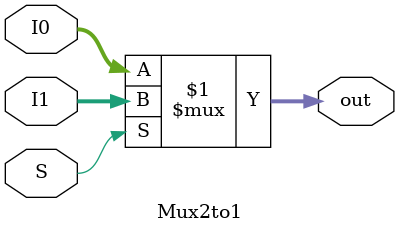
<source format=v>

module Mux2to1 ( I0,I1,S,out);

	parameter bit_size = 16;

	input  [bit_size-1:0] I0;
	input  [bit_size-1:0] I1;
	input  S;

	output [bit_size-1:0] out;
  
	/* implement Mux2to1 */

	assign out=S ? I1: I0;




endmodule


</source>
